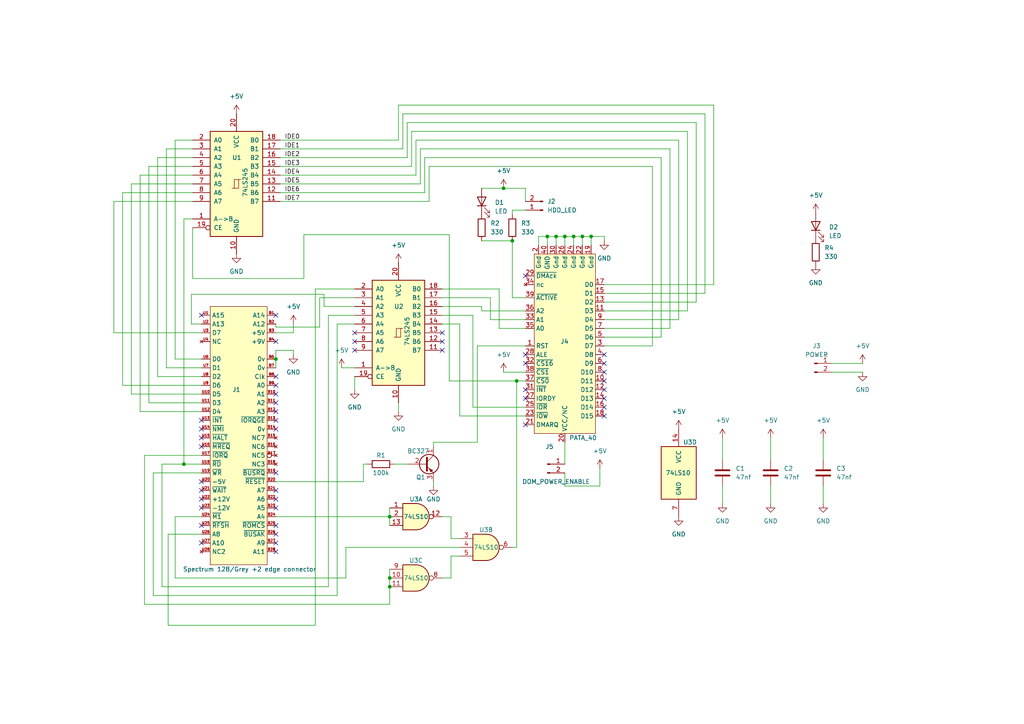
<source format=kicad_sch>
(kicad_sch (version 20211123) (generator eeschema)
  (paper "A4")
  (title_block (title "Simple 8 bit IDE interface with added Buffers") (date "1") (rev "1") (company "Graham Salkin") (comment 1 "Originally by Pera Putnik") (comment 2 "http://www.projectspeccy.com/8-Bit_IDE/Simple_8-bit_IDE_IF_for_Spectrum_+3_v1.0.pdf") (comment 3 "Based on "))
  (lib_symbols
    (symbol "74xx:74LS10" (pin_names (offset 1.016))
      (property "Reference" "U" (at 0 1.27 0))
      (property "Value" "74LS10" (at 0 -1.27 0))
      (symbol "74LS10_1_1"
        (arc (start 0 -3.81) (mid 3.81 0) (end 0 3.81) (stroke (width 0.254)) (fill (type background)))
        (polyline (pts (xy 0 3.81) (xy -3.81 3.81) (xy -3.81 -3.81) (xy 0 -3.81)) (stroke (width 0.254)) (fill (type background)))
        (pin input line (at -7.62 2.54 0) (length 3.81) (name "~") (number "1"))
        (pin output inverted (at 7.62 0 180) (length 3.81) (name "~") (number "12"))
        (pin input line (at -7.62 -2.54 0) (length 3.81) (name "~") (number "13"))
        (pin input line (at -7.62 0 0) (length 3.81) (name "~") (number "2"))
      )
      (symbol "74LS10_1_2"
        (arc (start -3.81 -3.81) (mid -2.589 0) (end -3.81 3.81) (stroke (width 0.254)))
        (arc (start -0.6096 -3.81) (mid 2.1855 -2.584) (end 3.81 0) (stroke (width 0.254)) (fill (type background)))
        (polyline (pts (xy -3.81 -3.81) (xy -0.635 -3.81)) (stroke (width 0.254)) (fill (type background)))
        (polyline (pts (xy -3.81 3.81) (xy -0.635 3.81)) (stroke (width 0.254)) (fill (type background)))
        (polyline (pts (xy -0.635 3.81) (xy -3.81 3.81) (xy -3.81 3.81) (xy -3.556 3.4036) (xy -3.0226 2.2606) (xy -2.6924 1.0414) (xy -2.6162 -0.254) (xy -2.7686 -1.4986) (xy -3.175 -2.7178) (xy -3.81 -3.81) (xy -3.81 -3.81) (xy -0.635 -3.81)) (stroke (width -25.4)) (fill (type background)))
        (arc (start 3.81 0) (mid 2.1928 2.5925) (end -0.6096 3.81) (stroke (width 0.254)) (fill (type background)))
        (pin input inverted (at -7.62 2.54 0) (length 4.318) (name "~") (number "1"))
        (pin output line (at 7.62 0 180) (length 3.81) (name "~") (number "12"))
        (pin input inverted (at -7.62 -2.54 0) (length 4.318) (name "~") (number "13"))
        (pin input inverted (at -7.62 0 0) (length 4.953) (name "~") (number "2"))
      )
      (symbol "74LS10_2_1"
        (arc (start 0 -3.81) (mid 3.81 0) (end 0 3.81) (stroke (width 0.254)) (fill (type background)))
        (polyline (pts (xy 0 3.81) (xy -3.81 3.81) (xy -3.81 -3.81) (xy 0 -3.81)) (stroke (width 0.254)) (fill (type background)))
        (pin input line (at -7.62 2.54 0) (length 3.81) (name "~") (number "3"))
        (pin input line (at -7.62 0 0) (length 3.81) (name "~") (number "4"))
        (pin input line (at -7.62 -2.54 0) (length 3.81) (name "~") (number "5"))
        (pin output inverted (at 7.62 0 180) (length 3.81) (name "~") (number "6"))
      )
      (symbol "74LS10_2_2"
        (arc (start -3.81 -3.81) (mid -2.589 0) (end -3.81 3.81) (stroke (width 0.254)))
        (arc (start -0.6096 -3.81) (mid 2.1855 -2.584) (end 3.81 0) (stroke (width 0.254)) (fill (type background)))
        (polyline (pts (xy -3.81 -3.81) (xy -0.635 -3.81)) (stroke (width 0.254)) (fill (type background)))
        (polyline (pts (xy -3.81 3.81) (xy -0.635 3.81)) (stroke (width 0.254)) (fill (type background)))
        (polyline (pts (xy -0.635 3.81) (xy -3.81 3.81) (xy -3.81 3.81) (xy -3.556 3.4036) (xy -3.0226 2.2606) (xy -2.6924 1.0414) (xy -2.6162 -0.254) (xy -2.7686 -1.4986) (xy -3.175 -2.7178) (xy -3.81 -3.81) (xy -3.81 -3.81) (xy -0.635 -3.81)) (stroke (width -25.4)) (fill (type background)))
        (arc (start 3.81 0) (mid 2.1928 2.5925) (end -0.6096 3.81) (stroke (width 0.254)) (fill (type background)))
        (pin input inverted (at -7.62 2.54 0) (length 4.318) (name "~") (number "3"))
        (pin input inverted (at -7.62 0 0) (length 4.953) (name "~") (number "4"))
        (pin input inverted (at -7.62 -2.54 0) (length 4.318) (name "~") (number "5"))
        (pin output line (at 7.62 0 180) (length 3.81) (name "~") (number "6"))
      )
      (symbol "74LS10_3_1"
        (arc (start 0 -3.81) (mid 3.81 0) (end 0 3.81) (stroke (width 0.254)) (fill (type background)))
        (polyline (pts (xy 0 3.81) (xy -3.81 3.81) (xy -3.81 -3.81) (xy 0 -3.81)) (stroke (width 0.254)) (fill (type background)))
        (pin input line (at -7.62 0 0) (length 3.81) (name "~") (number "10"))
        (pin input line (at -7.62 -2.54 0) (length 3.81) (name "~") (number "11"))
        (pin output inverted (at 7.62 0 180) (length 3.81) (name "~") (number "8"))
        (pin input line (at -7.62 2.54 0) (length 3.81) (name "~") (number "9"))
      )
      (symbol "74LS10_3_2"
        (arc (start -3.81 -3.81) (mid -2.589 0) (end -3.81 3.81) (stroke (width 0.254)))
        (arc (start -0.6096 -3.81) (mid 2.1855 -2.584) (end 3.81 0) (stroke (width 0.254)) (fill (type background)))
        (polyline (pts (xy -3.81 -3.81) (xy -0.635 -3.81)) (stroke (width 0.254)) (fill (type background)))
        (polyline (pts (xy -3.81 3.81) (xy -0.635 3.81)) (stroke (width 0.254)) (fill (type background)))
        (polyline (pts (xy -0.635 3.81) (xy -3.81 3.81) (xy -3.81 3.81) (xy -3.556 3.4036) (xy -3.0226 2.2606) (xy -2.6924 1.0414) (xy -2.6162 -0.254) (xy -2.7686 -1.4986) (xy -3.175 -2.7178) (xy -3.81 -3.81) (xy -3.81 -3.81) (xy -0.635 -3.81)) (stroke (width -25.4)) (fill (type background)))
        (arc (start 3.81 0) (mid 2.1928 2.5925) (end -0.6096 3.81) (stroke (width 0.254)) (fill (type background)))
        (pin input inverted (at -7.62 0 0) (length 4.953) (name "~") (number "10"))
        (pin input inverted (at -7.62 -2.54 0) (length 4.318) (name "~") (number "11"))
        (pin output line (at 7.62 0 180) (length 3.81) (name "~") (number "8"))
        (pin input inverted (at -7.62 2.54 0) (length 4.318) (name "~") (number "9"))
      )
      (symbol "74LS10_4_0"
        (pin power_in line (at 0 12.7 270) (length 5.08) (name "VCC") (number "14"))
        (pin power_in line (at 0 -12.7 90) (length 5.08) (name "GND") (number "7"))
      )
      (symbol "74LS10_4_1"
        (rectangle (start -5.08 7.62) (end 5.08 -7.62) (stroke (width 0.254)) (fill (type background)))
      )
    )
    (symbol "74xx:74LS245" (pin_names (offset 1.016))
      (property "Reference" "U" (at -7.62 16.51 0))
      (property "Value" "74LS245" (at -7.62 -16.51 0))
      (symbol "74LS245_1_0"
        (polyline (pts (xy -0.635 -1.27) (xy -0.635 1.27) (xy 0.635 1.27)))
        (polyline (pts (xy -1.27 -1.27) (xy 0.635 -1.27) (xy 0.635 1.27) (xy 1.27 1.27)))
        (pin input line (at -12.7 -10.16 0) (length 5.08) (name "A->B") (number "1"))
        (pin power_in line (at 0 -20.32 90) (length 5.08) (name "GND") (number "10"))
        (pin tri_state line (at 12.7 -5.08 180) (length 5.08) (name "B7") (number "11"))
        (pin tri_state line (at 12.7 -2.54 180) (length 5.08) (name "B6") (number "12"))
        (pin tri_state line (at 12.7 0 180) (length 5.08) (name "B5") (number "13"))
        (pin tri_state line (at 12.7 2.54 180) (length 5.08) (name "B4") (number "14"))
        (pin tri_state line (at 12.7 5.08 180) (length 5.08) (name "B3") (number "15"))
        (pin tri_state line (at 12.7 7.62 180) (length 5.08) (name "B2") (number "16"))
        (pin tri_state line (at 12.7 10.16 180) (length 5.08) (name "B1") (number "17"))
        (pin tri_state line (at 12.7 12.7 180) (length 5.08) (name "B0") (number "18"))
        (pin input inverted (at -12.7 -12.7 0) (length 5.08) (name "CE") (number "19"))
        (pin tri_state line (at -12.7 12.7 0) (length 5.08) (name "A0") (number "2"))
        (pin power_in line (at 0 20.32 270) (length 5.08) (name "VCC") (number "20"))
        (pin tri_state line (at -12.7 10.16 0) (length 5.08) (name "A1") (number "3"))
        (pin tri_state line (at -12.7 7.62 0) (length 5.08) (name "A2") (number "4"))
        (pin tri_state line (at -12.7 5.08 0) (length 5.08) (name "A3") (number "5"))
        (pin tri_state line (at -12.7 2.54 0) (length 5.08) (name "A4") (number "6"))
        (pin tri_state line (at -12.7 0 0) (length 5.08) (name "A5") (number "7"))
        (pin tri_state line (at -12.7 -2.54 0) (length 5.08) (name "A6") (number "8"))
        (pin tri_state line (at -12.7 -5.08 0) (length 5.08) (name "A7") (number "9"))
      )
      (symbol "74LS245_1_1"
        (rectangle (start -7.62 15.24) (end 7.62 -15.24) (stroke (width 0.254)) (fill (type background)))
      )
    )
    (symbol "Connector:Conn_01x02_Male" (pin_names (offset 1.016) hide)
      (property "Reference" "J" (at 0 2.54 0))
      (property "Value" "Conn_01x02_Male" (at 0 -5.08 0))
      (symbol "Conn_01x02_Male_1_1"
        (polyline (pts (xy 1.27 -2.54) (xy 0.8636 -2.54)) (stroke (width 0.1524)))
        (polyline (pts (xy 1.27 0) (xy 0.8636 0)) (stroke (width 0.1524)))
        (rectangle (start 0.8636 -2.413) (end 0 -2.667) (stroke (width 0.1524)) (fill (type outline)))
        (rectangle (start 0.8636 0.127) (end 0 -0.127) (stroke (width 0.1524)) (fill (type outline)))
        (pin passive line (at 5.08 0 180) (length 3.81) (name "Pin_1") (number "1"))
        (pin passive line (at 5.08 -2.54 180) (length 3.81) (name "Pin_2") (number "2"))
      )
    )
    (symbol "Device:C" (pin_numbers hide) (pin_names (offset 0.254))
      (property "Reference" "C" (at 0.635 2.54 0))
      (property "Value" "C" (at 0.635 -2.54 0))
      (symbol "C_0_1"
        (polyline (pts (xy -2.032 -0.762) (xy 2.032 -0.762)) (stroke (width 0.508)))
        (polyline (pts (xy -2.032 0.762) (xy 2.032 0.762)) (stroke (width 0.508)))
      )
      (symbol "C_1_1"
        (pin passive line (at 0 3.81 270) (length 2.794) (name "~") (number "1"))
        (pin passive line (at 0 -3.81 90) (length 2.794) (name "~") (number "2"))
      )
    )
    (symbol "Device:LED" (pin_numbers hide) (pin_names (offset 1.016) hide)
      (property "Reference" "D" (at 0 2.54 0))
      (property "Value" "LED" (at 0 -2.54 0))
      (symbol "LED_0_1"
        (polyline (pts (xy -1.27 -1.27) (xy -1.27 1.27)) (stroke (width 0.254)))
        (polyline (pts (xy -1.27 0) (xy 1.27 0)))
        (polyline (pts (xy 1.27 -1.27) (xy 1.27 1.27) (xy -1.27 0) (xy 1.27 -1.27)) (stroke (width 0.254)))
        (polyline (pts (xy -3.048 -0.762) (xy -4.572 -2.286) (xy -3.81 -2.286) (xy -4.572 -2.286) (xy -4.572 -1.524)))
        (polyline (pts (xy -1.778 -0.762) (xy -3.302 -2.286) (xy -2.54 -2.286) (xy -3.302 -2.286) (xy -3.302 -1.524)))
      )
      (symbol "LED_1_1"
        (pin passive line (at -3.81 0 0) (length 2.54) (name "K") (number "1"))
        (pin passive line (at 3.81 0 180) (length 2.54) (name "A") (number "2"))
      )
    )
    (symbol "Device:R" (pin_numbers hide) (pin_names (offset 0))
      (property "Reference" "R" (at 2.032 0 90))
      (property "Value" "R" (at 0 0 90))
      (symbol "R_0_1"
        (rectangle (start -1.016 -2.54) (end 1.016 2.54) (stroke (width 0.254)))
      )
      (symbol "R_1_1"
        (pin passive line (at 0 3.81 270) (length 1.27) (name "~") (number "1"))
        (pin passive line (at 0 -3.81 90) (length 1.27) (name "~") (number "2"))
      )
    )
    (symbol "Misc:PATA_40"
      (property "Reference" "J" (at 3.81 -2.54 90))
      (property "Value" "PATA_40" (at 3.81 -10.16 90))
      (symbol "PATA_40_0_1"
        (rectangle (start -5.08 20.32) (end 12.7 -31.75) (stroke (width 0.1524)) (fill (type background)))
      )
      (symbol "PATA_40_1_1"
        (pin input line (at 15.24 -5.08 180) (length 2.54) (name "RST") (number "1"))
        (pin bidirectional line (at -7.62 5.08 0) (length 2.54) (name "D11") (number "10"))
        (pin bidirectional line (at -7.62 -15.24 0) (length 2.54) (name "D3") (number "11"))
        (pin bidirectional line (at -7.62 7.62 0) (length 2.54) (name "D12") (number "12"))
        (pin bidirectional line (at -7.62 -17.78 0) (length 2.54) (name "D2") (number "13"))
        (pin bidirectional line (at -7.62 10.16 0) (length 2.54) (name "D13") (number "14"))
        (pin bidirectional line (at -7.62 -20.32 0) (length 2.54) (name "D1") (number "15"))
        (pin bidirectional line (at -7.62 12.7 0) (length 2.54) (name "D14") (number "16"))
        (pin bidirectional line (at -7.62 -22.86 0) (length 2.54) (name "D0") (number "17"))
        (pin output line (at -7.62 15.24 0) (length 2.54) (name "D15") (number "18"))
        (pin power_in line (at -3.81 -34.29 90) (length 2.54) (name "Gnd") (number "19"))
        (pin power_in line (at 11.43 -34.29 90) (length 2.54) (name "Gnd") (number "2"))
        (pin power_in line (at 3.81 22.86 270) (length 2.54) (name "VCC/NC") (number "20"))
        (pin output line (at 15.24 17.78 180) (length 2.54) (name "DMARQ") (number "21"))
        (pin power_in line (at -1.27 -34.29 90) (length 2.54) (name "Gnd") (number "22"))
        (pin input line (at 15.24 15.24 180) (length 2.54) (name "~{IOW}") (number "23"))
        (pin power_in line (at 1.27 -34.29 90) (length 2.54) (name "Gnd") (number "24"))
        (pin input line (at 15.24 12.7 180) (length 2.54) (name "~{IOR}") (number "25"))
        (pin power_in line (at 3.81 -34.29 90) (length 2.54) (name "Gnd") (number "26"))
        (pin output line (at 15.24 10.16 180) (length 2.54) (name "IORDY") (number "27"))
        (pin input line (at 15.24 -2.54 180) (length 2.54) (name "ALE") (number "28"))
        (pin output line (at 15.24 -25.4 180) (length 2.54) (name "~{DMAck}") (number "29"))
        (pin bidirectional line (at -7.62 -5.08 0) (length 2.54) (name "D7") (number "3"))
        (pin power_in line (at 6.35 -34.29 90) (length 2.54) (name "Gnd") (number "30"))
        (pin output line (at 15.24 7.62 180) (length 2.54) (name "~{INT}") (number "31"))
        (pin input line (at 15.24 0 180) (length 2.54) (name "~{CS16}") (number "32"))
        (pin input line (at 15.24 -12.7 180) (length 2.54) (name "A1") (number "33"))
        (pin no_connect line (at 15.24 -22.86 180) (length 2.54) (name "nc") (number "34"))
        (pin input line (at 15.24 -10.16 180) (length 2.54) (name "A0") (number "35"))
        (pin input line (at 15.24 -15.24 180) (length 2.54) (name "A2") (number "36"))
        (pin input line (at 15.24 5.08 180) (length 2.54) (name "~{CS0}") (number "37"))
        (pin input line (at 15.24 2.54 180) (length 2.54) (name "~{CS1}") (number "38"))
        (pin input line (at 15.24 -19.05 180) (length 2.54) (name "~{ACTIVE}") (number "39"))
        (pin bidirectional line (at -7.62 -2.54 0) (length 2.54) (name "D8") (number "4"))
        (pin power_in line (at 8.89 -34.29 90) (length 2.54) (name "GND") (number "40"))
        (pin bidirectional line (at -7.62 -7.62 0) (length 2.54) (name "D6") (number "5"))
        (pin bidirectional line (at -7.62 0 0) (length 2.54) (name "D9") (number "6"))
        (pin bidirectional line (at -7.62 -10.16 0) (length 2.54) (name "D5") (number "7"))
        (pin bidirectional line (at -7.62 2.54 0) (length 2.54) (name "D10") (number "8"))
        (pin bidirectional line (at -7.62 -12.7 0) (length 2.54) (name "D4") (number "9"))
      )
    )
    (symbol "Spectrum:Spectrum 128{slash}Grey +2 edge connector"
      (property "Reference" "J" (at -5.08 25.4 0))
      (property "Value" "Spectrum 128{slash}Grey +2 edge connector" (at -2.54 -38.1 0))
      (symbol "Spectrum 128{slash}Grey +2 edge connector_0_1"
        (rectangle (start -10.16 38.1) (end 6.35 -36.83) (stroke (width 0.1524)) (fill (type background)))
      )
      (symbol "Spectrum 128{slash}Grey +2 edge connector_1_1"
        (pin bidirectional line (at 8.89 35.56 180) (length 2.54) (name "A14") (number "B1"))
        (pin bidirectional line (at 8.89 12.7 180) (length 2.54) (name "A1") (number "B10"))
        (pin bidirectional line (at 8.89 10.16 180) (length 2.54) (name "A2") (number "B11"))
        (pin bidirectional line (at 8.89 7.62 180) (length 2.54) (name "A3") (number "B12"))
        (pin bidirectional line (at 8.89 5.08 180) (length 2.54) (name "~{IORQGE}") (number "B13"))
        (pin bidirectional line (at 8.89 2.54 180) (length 2.54) (name "0v") (number "B14"))
        (pin no_connect line (at 8.89 0 180) (length 2.54) (name "NC7") (number "B15"))
        (pin no_connect line (at 8.89 -2.54 180) (length 2.54) (name "NC6") (number "B16"))
        (pin no_connect inverted (at 8.89 -5.08 180) (length 2.54) (name "NC5") (number "B17"))
        (pin no_connect line (at 8.89 -7.62 180) (length 2.54) (name "NC3") (number "B18"))
        (pin bidirectional line (at 8.89 -10.16 180) (length 2.54) (name "~{BUSRQ}") (number "B19"))
        (pin bidirectional line (at 8.89 33.02 180) (length 2.54) (name "A12") (number "B2"))
        (pin bidirectional line (at 8.89 -12.7 180) (length 2.54) (name "~{RESET}") (number "B20"))
        (pin bidirectional line (at 8.89 -15.24 180) (length 2.54) (name "A7") (number "B21"))
        (pin tri_state line (at 8.89 -17.78 180) (length 2.54) (name "A6") (number "B22"))
        (pin bidirectional line (at 8.89 -20.32 180) (length 2.54) (name "A5") (number "B23"))
        (pin bidirectional line (at 8.89 -22.86 180) (length 2.54) (name "A4") (number "B24"))
        (pin bidirectional line (at 8.89 -25.4 180) (length 2.54) (name "~{ROMCS}") (number "B25"))
        (pin bidirectional line (at 8.89 -27.94 180) (length 2.54) (name "~{BUSAK}") (number "B26"))
        (pin bidirectional line (at 8.89 -30.48 180) (length 2.54) (name "A9") (number "B27"))
        (pin bidirectional line (at 8.89 -33.02 180) (length 2.54) (name "A11") (number "B28"))
        (pin bidirectional line (at 8.89 30.48 180) (length 2.54) (name "+5V") (number "B3"))
        (pin bidirectional line (at 8.89 27.94 180) (length 2.54) (name "+9V") (number "B4"))
        (pin bidirectional line (at 8.89 22.86 180) (length 2.54) (name "0v") (number "B6"))
        (pin bidirectional line (at 8.89 20.32 180) (length 2.54) (name "0v") (number "B7"))
        (pin bidirectional line (at 8.89 17.78 180) (length 2.54) (name "Clk") (number "B8"))
        (pin bidirectional line (at 8.89 15.24 180) (length 2.54) (name "A0") (number "B9"))
        (pin bidirectional line (at -12.7 35.56 0) (length 2.54) (name "A15") (number "U1"))
        (pin bidirectional line (at -12.7 12.7 0) (length 2.54) (name "D5") (number "U10"))
        (pin bidirectional line (at -12.7 10.16 0) (length 2.54) (name "D3") (number "U11"))
        (pin bidirectional line (at -12.7 7.62 0) (length 2.54) (name "D4") (number "U12"))
        (pin bidirectional line (at -12.7 5.08 0) (length 2.54) (name "~{INT}") (number "U13"))
        (pin bidirectional line (at -12.7 2.54 0) (length 2.54) (name "~{NMI}") (number "U14"))
        (pin bidirectional line (at -12.7 0 0) (length 2.54) (name "~{HALT}") (number "U15"))
        (pin bidirectional line (at -12.7 -2.54 0) (length 2.54) (name "~{MREQ}") (number "U16"))
        (pin bidirectional line (at -12.7 -5.08 0) (length 2.54) (name "~{IORQ}") (number "U17"))
        (pin tri_state line (at -12.7 -7.62 0) (length 2.54) (name "~{RD}") (number "U18"))
        (pin bidirectional line (at -12.7 -10.16 0) (length 2.54) (name "~{WR}") (number "U19"))
        (pin bidirectional line (at -12.7 33.02 0) (length 2.54) (name "A13") (number "U2"))
        (pin power_out line (at -12.7 -12.7 0) (length 2.54) (name "-5V") (number "U20"))
        (pin bidirectional line (at -12.7 -15.24 0) (length 2.54) (name "~{WAIT}") (number "U21"))
        (pin power_out line (at -12.7 -17.78 0) (length 2.54) (name "+12V") (number "U22"))
        (pin power_out line (at -12.7 -20.32 0) (length 2.54) (name "-12V") (number "U23"))
        (pin bidirectional line (at -12.7 -22.86 0) (length 2.54) (name "~{M1}") (number "U24"))
        (pin bidirectional line (at -12.7 -25.4 0) (length 2.54) (name "~{RFSH}") (number "U25"))
        (pin bidirectional line (at -12.7 -27.94 0) (length 2.54) (name "A8") (number "U26"))
        (pin bidirectional line (at -12.7 -30.48 0) (length 2.54) (name "A10") (number "U27"))
        (pin no_connect line (at -12.7 -33.02 0) (length 2.54) (name "NC2") (number "U28"))
        (pin bidirectional line (at -12.7 30.48 0) (length 2.54) (name "D7") (number "U3"))
        (pin no_connect line (at -12.7 27.94 0) (length 2.54) (name "NC") (number "U4"))
        (pin bidirectional line (at -12.7 22.86 0) (length 2.54) (name "D0") (number "U6"))
        (pin bidirectional line (at -12.7 20.32 0) (length 2.54) (name "D1") (number "U7"))
        (pin bidirectional line (at -12.7 17.78 0) (length 2.54) (name "D2") (number "U8"))
        (pin bidirectional line (at -12.7 15.24 0) (length 2.54) (name "D6") (number "U9"))
      )
    )
    (symbol "Transistor_BJT:BC327" (pin_names (offset 0) hide)
      (property "Reference" "Q" (at 5.08 1.905 0))
      (property "Value" "BC327" (at 5.08 0 0))
      (symbol "BC327_0_1"
        (polyline (pts (xy 0.635 0.635) (xy 2.54 2.54)))
        (polyline (pts (xy 0.635 -0.635) (xy 2.54 -2.54) (xy 2.54 -2.54)))
        (polyline (pts (xy 0.635 1.905) (xy 0.635 -1.905) (xy 0.635 -1.905)) (stroke (width 0.508)))
        (polyline (pts (xy 2.286 -1.778) (xy 1.778 -2.286) (xy 1.27 -1.27) (xy 2.286 -1.778) (xy 2.286 -1.778)) (fill (type outline)))
        (circle (center 1.27 0) (radius 2.8194) (stroke (width 0.254)))
      )
      (symbol "BC327_1_1"
        (pin passive line (at 2.54 5.08 270) (length 2.54) (name "C") (number "1"))
        (pin input line (at -5.08 0 0) (length 5.715) (name "B") (number "2"))
        (pin passive line (at 2.54 -5.08 90) (length 2.54) (name "E") (number "3"))
      )
    )
    (symbol "power:+5V" (power) (pin_names (offset 0))
      (property "Value" "+5V" (at 0 3.556 0))
      (symbol "+5V_0_1"
        (polyline (pts (xy -0.762 1.27) (xy 0 2.54)))
        (polyline (pts (xy 0 0) (xy 0 2.54)))
        (polyline (pts (xy 0 2.54) (xy 0.762 1.27)))
      )
      (symbol "+5V_1_1"
        (pin power_in line (at 0 0 90) (length 0) hide (name "+5V") (number "1"))
      )
    )
    (symbol "power:GND" (power) (pin_names (offset 0))
      (property "Value" "GND" (at 0 -3.81 0))
      (symbol "GND_0_1"
        (polyline (pts (xy 0 0) (xy 0 -1.27) (xy 1.27 -1.27) (xy 0 -2.54) (xy -1.27 -1.27) (xy 0 -1.27)))
      )
      (symbol "GND_1_1"
        (pin power_in line (at 0 0 270) (length 0) hide (name "GND") (number "1"))
      )
    )
  )
  (junction (at 158.75 68.58))
  (junction (at 171.45 68.58))
  (junction (at 113.03 167.64))
  (junction (at 166.37 68.58))
  (junction (at 149.86 110.49))
  (junction (at 168.91 68.58))
  (junction (at 113.03 170.18))
  (junction (at 161.29 68.58))
  (junction (at 80.01 104.14))
  (junction (at 148.59 69.85))
  (junction (at 146.05 54.61))
  (junction (at 163.83 68.58))
  (junction (at 53.34 134.62))
  (junction (at 113.03 149.86))
  (no_connect (at 152.4 102.87))
  (no_connect (at 152.4 105.41))
  (no_connect (at 152.4 113.03))
  (no_connect (at 152.4 115.57))
  (no_connect (at 152.4 123.19))
  (no_connect (at 80.01 147.32))
  (no_connect (at 80.01 144.78))
  (no_connect (at 80.01 142.24))
  (no_connect (at 80.01 160.02))
  (no_connect (at 80.01 157.48))
  (no_connect (at 80.01 154.94))
  (no_connect (at 80.01 152.4))
  (no_connect (at 175.26 115.57))
  (no_connect (at 175.26 113.03))
  (no_connect (at 175.26 110.49))
  (no_connect (at 175.26 107.95))
  (no_connect (at 175.26 105.41))
  (no_connect (at 175.26 120.65))
  (no_connect (at 175.26 118.11))
  (no_connect (at 175.26 102.87))
  (no_connect (at 80.01 109.22))
  (no_connect (at 80.01 111.76))
  (no_connect (at 102.87 96.52))
  (no_connect (at 102.87 101.6))
  (no_connect (at 102.87 99.06))
  (no_connect (at 128.27 101.6))
  (no_connect (at 128.27 96.52))
  (no_connect (at 128.27 99.06))
  (no_connect (at 80.01 91.44))
  (no_connect (at 80.01 99.06))
  (no_connect (at 58.42 121.92))
  (no_connect (at 58.42 124.46))
  (no_connect (at 58.42 91.44))
  (no_connect (at 80.01 137.16))
  (no_connect (at 80.01 124.46))
  (no_connect (at 80.01 121.92))
  (no_connect (at 80.01 119.38))
  (no_connect (at 58.42 152.4))
  (no_connect (at 58.42 157.48))
  (no_connect (at 58.42 139.7))
  (no_connect (at 58.42 142.24))
  (no_connect (at 58.42 144.78))
  (no_connect (at 58.42 147.32))
  (no_connect (at 58.42 127))
  (no_connect (at 58.42 129.54))
  (no_connect (at 152.4 80.01))
  (no_connect (at 80.01 116.84))
  (no_connect (at 80.01 114.3))
  (wire (pts (xy 105.41 139.7) (xy 105.41 134.62)))
  (wire (pts (xy 189.23 100.33) (xy 189.23 48.26)))
  (wire (pts (xy 123.19 45.72) (xy 191.77 45.72)))
  (wire (pts (xy 45.72 109.22) (xy 45.72 45.72)))
  (wire (pts (xy 152.4 118.11) (xy 137.16 118.11)))
  (wire (pts (xy 204.47 33.02) (xy 116.84 33.02)))
  (wire (pts (xy 113.03 165.1) (xy 113.03 167.64)))
  (wire (pts (xy 113.03 170.18) (xy 113.03 175.26)))
  (wire (pts (xy 33.02 96.52) (xy 58.42 96.52)))
  (wire (pts (xy 43.18 48.26) (xy 43.18 116.84)))
  (wire (pts (xy 125.73 140.97) (xy 125.73 139.7)))
  (wire (pts (xy 142.24 92.71) (xy 142.24 86.36)))
  (wire (pts (xy 102.87 91.44) (xy 95.25 91.44)))
  (wire (pts (xy 80.01 101.6) (xy 85.09 101.6)))
  (wire (pts (xy 50.8 149.86) (xy 58.42 149.86)))
  (wire (pts (xy 80.01 93.98) (xy 80.01 94.869)))
  (wire (pts (xy 123.19 55.88) (xy 123.19 45.72)))
  (wire (pts (xy 58.42 109.22) (xy 45.72 109.22)))
  (wire (pts (xy 199.39 38.1) (xy 119.38 38.1)))
  (wire (pts (xy 189.23 48.26) (xy 124.46 48.26)))
  (wire (pts (xy 41.91 132.08) (xy 41.91 175.26)))
  (wire (pts (xy 38.1 114.3) (xy 58.42 114.3)))
  (wire (pts (xy 194.31 43.18) (xy 121.92 43.18)))
  (wire (pts (xy 163.83 68.58) (xy 163.83 71.12)))
  (wire (pts (xy 204.47 85.09) (xy 204.47 33.02)))
  (wire (pts (xy 137.16 91.44) (xy 128.27 91.44)))
  (wire (pts (xy 53.34 63.5) (xy 53.34 134.62)))
  (wire (pts (xy 81.28 55.88) (xy 123.19 55.88)))
  (wire (pts (xy 138.43 100.33) (xy 152.4 100.33)))
  (wire (pts (xy 149.86 110.49) (xy 130.302 110.49)))
  (wire (pts (xy 238.76 127) (xy 238.76 133.35)))
  (wire (pts (xy 48.768 154.94) (xy 58.42 154.94)))
  (wire (pts (xy 55.499 85.344) (xy 93.98 85.344)))
  (wire (pts (xy 161.29 68.58) (xy 163.83 68.58)))
  (wire (pts (xy 128.27 167.64) (xy 130.81 167.64)))
  (wire (pts (xy 58.42 132.08) (xy 41.91 132.08)))
  (wire (pts (xy 58.42 104.14) (xy 50.8 104.14)))
  (wire (pts (xy 166.37 68.58) (xy 166.37 71.12)))
  (wire (pts (xy 149.86 110.49) (xy 149.86 158.75)))
  (wire (pts (xy 146.05 107.95) (xy 152.4 107.95)))
  (wire (pts (xy 44.45 172.72) (xy 97.79 172.72)))
  (wire (pts (xy 133.35 93.98) (xy 133.35 120.65)))
  (wire (pts (xy 139.7 88.9) (xy 139.7 90.17)))
  (wire (pts (xy 81.28 58.42) (xy 124.46 58.42)))
  (wire (pts (xy 241.3 107.95) (xy 250.19 107.95)))
  (wire (pts (xy 166.37 68.58) (xy 168.91 68.58)))
  (wire (pts (xy 81.28 50.8) (xy 120.65 50.8)))
  (wire (pts (xy 81.28 45.72) (xy 118.11 45.72)))
  (wire (pts (xy 33.02 58.42) (xy 33.02 96.52)))
  (wire (pts (xy 115.57 30.48) (xy 207.01 30.48)))
  (wire (pts (xy 223.52 140.97) (xy 223.52 146.05)))
  (wire (pts (xy 81.28 43.18) (xy 116.84 43.18)))
  (wire (pts (xy 113.03 149.86) (xy 113.03 152.4)))
  (wire (pts (xy 55.88 53.34) (xy 38.1 53.34)))
  (wire (pts (xy 199.39 90.17) (xy 199.39 38.1)))
  (wire (pts (xy 55.88 43.18) (xy 48.26 43.18)))
  (wire (pts (xy 100.33 167.64) (xy 100.33 158.75)))
  (wire (pts (xy 46.99 134.62) (xy 53.34 134.62)))
  (wire (pts (xy 173.99 140.97) (xy 173.99 135.89)))
  (wire (pts (xy 163.83 137.16) (xy 163.83 140.97)))
  (wire (pts (xy 92.71 86.36) (xy 102.87 86.36)))
  (wire (pts (xy 158.75 68.58) (xy 158.75 71.12)))
  (wire (pts (xy 130.302 68.072) (xy 88.138 68.072)))
  (wire (pts (xy 156.21 68.58) (xy 156.21 71.12)))
  (wire (pts (xy 209.55 140.97) (xy 209.55 146.05)))
  (wire (pts (xy 138.43 100.33) (xy 138.43 128.27)))
  (wire (pts (xy 91.44 181.356) (xy 48.768 181.356)))
  (wire (pts (xy 115.57 40.64) (xy 115.57 30.48)))
  (wire (pts (xy 139.7 69.85) (xy 148.59 69.85)))
  (wire (pts (xy 48.26 106.68) (xy 58.42 106.68)))
  (wire (pts (xy 116.84 33.02) (xy 116.84 43.18)))
  (wire (pts (xy 35.56 111.76) (xy 35.56 55.88)))
  (wire (pts (xy 171.45 68.58) (xy 171.45 71.12)))
  (wire (pts (xy 152.4 86.36) (xy 148.59 86.36)))
  (wire (pts (xy 209.55 127) (xy 209.55 133.35)))
  (wire (pts (xy 161.29 68.58) (xy 161.29 71.12)))
  (wire (pts (xy 152.4 58.42) (xy 152.4 54.61)))
  (wire (pts (xy 80.01 104.14) (xy 80.01 101.6)))
  (wire (pts (xy 81.28 53.34) (xy 121.92 53.34)))
  (wire (pts (xy 97.79 172.72) (xy 97.79 93.98)))
  (wire (pts (xy 55.499 93.98) (xy 55.499 85.344)))
  (wire (pts (xy 105.41 134.62) (xy 106.68 134.62)))
  (wire (pts (xy 144.78 95.25) (xy 152.4 95.25)))
  (wire (pts (xy 58.42 93.98) (xy 55.499 93.98)))
  (wire (pts (xy 85.09 93.98) (xy 85.09 96.52)))
  (wire (pts (xy 148.59 62.23) (xy 148.59 60.96)))
  (wire (pts (xy 175.26 90.17) (xy 199.39 90.17)))
  (wire (pts (xy 175.26 85.09) (xy 204.47 85.09)))
  (wire (pts (xy 152.4 92.71) (xy 142.24 92.71)))
  (wire (pts (xy 113.03 167.64) (xy 113.03 170.18)))
  (wire (pts (xy 175.26 97.79) (xy 191.77 97.79)))
  (wire (pts (xy 175.26 95.25) (xy 194.31 95.25)))
  (wire (pts (xy 35.56 55.88) (xy 55.88 55.88)))
  (wire (pts (xy 241.3 105.41) (xy 250.19 105.41)))
  (wire (pts (xy 148.59 158.75) (xy 149.86 158.75)))
  (wire (pts (xy 58.42 119.38) (xy 40.64 119.38)))
  (wire (pts (xy 146.05 54.61) (xy 152.4 54.61)))
  (wire (pts (xy 102.87 109.22) (xy 102.87 113.03)))
  (wire (pts (xy 149.86 110.49) (xy 152.4 110.49)))
  (wire (pts (xy 48.768 181.356) (xy 48.768 154.94)))
  (wire (pts (xy 128.27 88.9) (xy 139.7 88.9)))
  (wire (pts (xy 88.138 68.072) (xy 88.138 80.772)))
  (wire (pts (xy 48.26 43.18) (xy 48.26 106.68)))
  (wire (pts (xy 44.45 137.16) (xy 44.45 172.72)))
  (wire (pts (xy 139.7 90.17) (xy 152.4 90.17)))
  (wire (pts (xy 201.93 35.56) (xy 201.93 87.63)))
  (wire (pts (xy 128.27 93.98) (xy 133.35 93.98)))
  (wire (pts (xy 100.33 158.75) (xy 133.35 158.75)))
  (wire (pts (xy 175.26 68.58) (xy 175.26 69.85)))
  (wire (pts (xy 128.27 83.82) (xy 144.78 83.82)))
  (wire (pts (xy 191.77 45.72) (xy 191.77 97.79)))
  (wire (pts (xy 80.01 106.68) (xy 80.01 104.14)))
  (wire (pts (xy 158.75 68.58) (xy 161.29 68.58)))
  (wire (pts (xy 115.57 116.84) (xy 115.57 119.38)))
  (wire (pts (xy 125.73 128.27) (xy 138.43 128.27)))
  (wire (pts (xy 130.81 156.21) (xy 130.81 149.86)))
  (wire (pts (xy 133.35 120.65) (xy 152.4 120.65)))
  (wire (pts (xy 168.91 68.58) (xy 171.45 68.58)))
  (wire (pts (xy 207.01 30.48) (xy 207.01 82.55)))
  (wire (pts (xy 119.38 38.1) (xy 119.38 48.26)))
  (wire (pts (xy 163.83 68.58) (xy 166.37 68.58)))
  (wire (pts (xy 148.59 86.36) (xy 148.59 69.85)))
  (wire (pts (xy 113.03 147.32) (xy 113.03 149.86)))
  (wire (pts (xy 81.28 48.26) (xy 119.38 48.26)))
  (wire (pts (xy 88.138 80.772) (xy 55.88 80.772)))
  (wire (pts (xy 43.18 116.84) (xy 58.42 116.84)))
  (wire (pts (xy 120.65 40.64) (xy 196.85 40.64)))
  (wire (pts (xy 55.88 58.42) (xy 33.02 58.42)))
  (wire (pts (xy 91.44 83.82) (xy 91.44 181.356)))
  (wire (pts (xy 53.34 63.5) (xy 55.88 63.5)))
  (wire (pts (xy 80.01 96.52) (xy 85.09 96.52)))
  (wire (pts (xy 175.26 82.55) (xy 207.01 82.55)))
  (wire (pts (xy 175.26 87.63) (xy 201.93 87.63)))
  (wire (pts (xy 50.8 167.64) (xy 100.33 167.64)))
  (wire (pts (xy 175.26 92.71) (xy 196.85 92.71)))
  (wire (pts (xy 80.01 94.869) (xy 92.71 94.869)))
  (wire (pts (xy 130.81 149.86) (xy 128.27 149.86)))
  (wire (pts (xy 55.88 48.26) (xy 43.18 48.26)))
  (wire (pts (xy 45.72 45.72) (xy 55.88 45.72)))
  (wire (pts (xy 92.71 94.869) (xy 92.71 86.36)))
  (wire (pts (xy 93.98 88.9) (xy 102.87 88.9)))
  (wire (pts (xy 148.59 60.96) (xy 152.4 60.96)))
  (wire (pts (xy 38.1 53.34) (xy 38.1 114.3)))
  (wire (pts (xy 137.16 118.11) (xy 137.16 91.44)))
  (wire (pts (xy 118.11 45.72) (xy 118.11 35.56)))
  (wire (pts (xy 91.44 83.82) (xy 102.87 83.82)))
  (wire (pts (xy 85.09 101.6) (xy 85.09 102.87)))
  (wire (pts (xy 194.31 95.25) (xy 194.31 43.18)))
  (wire (pts (xy 95.25 170.18) (xy 46.99 170.18)))
  (wire (pts (xy 50.8 40.64) (xy 55.88 40.64)))
  (wire (pts (xy 99.06 106.68) (xy 102.87 106.68)))
  (wire (pts (xy 50.8 104.14) (xy 50.8 40.64)))
  (wire (pts (xy 53.34 134.62) (xy 58.42 134.62)))
  (wire (pts (xy 80.01 139.7) (xy 105.41 139.7)))
  (wire (pts (xy 41.91 175.26) (xy 113.03 175.26)))
  (wire (pts (xy 130.81 161.29) (xy 133.35 161.29)))
  (wire (pts (xy 196.85 40.64) (xy 196.85 92.71)))
  (wire (pts (xy 97.79 93.98) (xy 102.87 93.98)))
  (wire (pts (xy 81.28 40.64) (xy 115.57 40.64)))
  (wire (pts (xy 46.99 134.62) (xy 46.99 170.18)))
  (wire (pts (xy 55.88 66.04) (xy 55.88 80.772)))
  (wire (pts (xy 223.52 127) (xy 223.52 133.35)))
  (wire (pts (xy 44.45 137.16) (xy 58.42 137.16)))
  (wire (pts (xy 130.302 110.49) (xy 130.302 68.072)))
  (wire (pts (xy 171.45 68.58) (xy 175.26 68.58)))
  (wire (pts (xy 80.01 149.86) (xy 113.03 149.86)))
  (wire (pts (xy 144.78 83.82) (xy 144.78 95.25)))
  (wire (pts (xy 40.64 50.8) (xy 55.88 50.8)))
  (wire (pts (xy 163.83 140.97) (xy 173.99 140.97)))
  (wire (pts (xy 130.81 167.64) (xy 130.81 161.29)))
  (wire (pts (xy 93.98 85.344) (xy 93.98 88.9)))
  (wire (pts (xy 168.91 68.58) (xy 168.91 71.12)))
  (wire (pts (xy 163.83 128.27) (xy 163.83 134.62)))
  (wire (pts (xy 58.42 111.76) (xy 35.56 111.76)))
  (wire (pts (xy 156.21 68.58) (xy 158.75 68.58)))
  (wire (pts (xy 142.24 86.36) (xy 128.27 86.36)))
  (wire (pts (xy 139.7 54.61) (xy 146.05 54.61)))
  (wire (pts (xy 175.26 100.33) (xy 189.23 100.33)))
  (wire (pts (xy 50.8 149.86) (xy 50.8 167.64)))
  (wire (pts (xy 114.3 134.62) (xy 118.11 134.62)))
  (wire (pts (xy 133.35 156.21) (xy 130.81 156.21)))
  (wire (pts (xy 95.25 91.44) (xy 95.25 170.18)))
  (wire (pts (xy 121.92 43.18) (xy 121.92 53.34)))
  (wire (pts (xy 40.64 119.38) (xy 40.64 50.8)))
  (wire (pts (xy 124.46 48.26) (xy 124.46 58.42)))
  (wire (pts (xy 118.11 35.56) (xy 201.93 35.56)))
  (wire (pts (xy 120.65 50.8) (xy 120.65 40.64)))
  (wire (pts (xy 125.73 128.27) (xy 125.73 129.54)))
  (wire (pts (xy 238.76 140.97) (xy 238.76 146.05)))
  (label "IDE1" (at 82.55 43.18 0))
  (label "IDE0" (at 82.55 40.64 0))
  (label "IDE7" (at 82.55 58.42 0))
  (label "IDE4" (at 82.55 50.8 0))
  (label "IDE5" (at 82.55 53.34 0))
  (label "IDE2" (at 82.55 45.72 0))
  (label "IDE6" (at 82.55 55.88 0))
  (label "IDE3" (at 82.55 48.26 0))
  (symbol (lib_id "power:+5V") (at 196.85 124.46 0) (unit 1)
    (property "Reference" "#PWR0102" (effects hide))
    (property "Value" "+5V" (at 196.85 119.38 0))
  )
  (symbol (lib_id "power:+5V") (at 223.52 127 0) (unit 1)
    (property "Reference" "#PWR02" (effects hide))
    (property "Value" "+5V" (at 223.52 121.92 0))
  )
  (symbol (lib_id "74xx:74LS10") (at 140.97 158.75 0) (unit 2)
    (property "Reference" "U3" (at 140.97 153.67 0))
    (property "Value" "74LS10" (at 140.97 158.75 0))
    (property "Footprint" "Package_DIP:DIP-14_W7.62mm_LongPads" (effects hide))
    (property "Datasheet" "http://www.ti.com/lit/gpn/sn74LS10" (effects hide))
  )
  (symbol (lib_id "power:GND") (at 209.55 146.05 0) (unit 1)
    (property "Reference" "#PWR019" (effects hide))
    (property "Value" "GND" (at 209.55 151.13 0))
  )
  (symbol (lib_id "Device:R") (at 236.601 73.152 0) (unit 1)
    (property "Reference" "R4" (at 239.141 71.8819 0) (effects (justify left)))
    (property "Value" "330" (at 239.141 74.4219 0) (effects (justify left)))
    (property "Footprint" "Resistor_THT:R_Axial_DIN0207_L6.3mm_D2.5mm_P7.62mm_Horizontal" (effects hide))
  )
  (symbol (lib_id "Connector:Conn_01x02_Male") (at 158.75 134.62 0) (unit 1)
    (property "Reference" "J5" (at 159.385 129.54 0))
    (property "Value" "DOM_POWER_ENABLE" (at 161.29 139.7 0))
    (property "Footprint" "Connector_PinHeader_2.54mm:PinHeader_1x02_P2.54mm_Horizontal" (effects hide))
  )
  (symbol (lib_id "Spectrum:Spectrum 128{slash}Grey +2 edge connector") (at 71.12 127 0) (unit 1)
    (property "Reference" "J1" (at 68.58 113.03 0))
    (property "Value" "Spectrum 128/Grey +2 edge connector" (at 72.39 165.1 0))
    (property "Footprint" "Spectrum:Speccy_edge_External" (effects hide))
  )
  (symbol (lib_id "power:+5V") (at 236.601 61.722 0) (unit 1)
    (property "Reference" "#PWR0112" (effects hide))
    (property "Value" "+5V" (at 236.601 56.642 0))
  )
  (symbol (lib_id "power:GND") (at 196.85 149.86 0) (unit 1)
    (property "Reference" "#PWR017" (effects hide))
    (property "Value" "GND" (at 196.85 154.94 0))
  )
  (symbol (lib_id "power:GND") (at 236.601 76.962 0) (unit 1)
    (property "Reference" "#PWR0111" (effects hide))
    (property "Value" "GND" (at 236.601 82.042 0))
  )
  (symbol (lib_id "power:GND") (at 68.58 73.66 0) (unit 1)
    (property "Reference" "#PWR03" (effects hide))
    (property "Value" "GND" (at 68.58 78.74 0))
  )
  (symbol (lib_id "74xx:74LS10") (at 120.65 149.86 0) (unit 1)
    (property "Reference" "U3" (at 120.65 144.78 0))
    (property "Value" "74LS10" (at 120.65 149.86 0))
    (property "Footprint" "Package_DIP:DIP-14_W7.62mm_LongPads" (effects hide))
    (property "Datasheet" "http://www.ti.com/lit/gpn/sn74LS10" (effects hide))
  )
  (symbol (lib_id "power:GND") (at 238.76 146.05 0) (unit 1)
    (property "Reference" "#PWR07" (effects hide))
    (property "Value" "GND" (at 238.76 151.13 0))
  )
  (symbol (lib_id "power:+5V") (at 238.76 127 0) (unit 1)
    (property "Reference" "#PWR06" (effects hide))
    (property "Value" "+5V" (at 238.76 121.92 0))
  )
  (symbol (lib_id "Misc:PATA_40") (at 167.64 105.41 180) (unit 1)
    (property "Reference" "J4" (at 162.56 99.06 0) (effects (justify right)))
    (property "Value" "PATA_40" (at 165.1 127 0) (effects (justify right)))
    (property "Footprint" "Connector_PinHeader_2.54mm:PinHeader_2x20_P2.54mm_Vertical" (effects hide))
    (property "Datasheet" "https://old.pinouts.ru/HD/Ata44Internal_pinout.shtml" (effects hide))
  )
  (symbol (lib_id "power:+5V") (at 146.05 54.61 0) (unit 1)
    (property "Reference" "#PWR0106" (effects hide))
    (property "Value" "+5V" (at 146.05 49.53 0))
  )
  (symbol (lib_id "power:GND") (at 85.09 102.87 0) (unit 1)
    (property "Reference" "#PWR05" (effects hide))
    (property "Value" "GND" (at 85.09 107.95 0))
  )
  (symbol (lib_id "Device:C") (at 223.52 137.16 0) (unit 1)
    (property "Reference" "C2" (at 227.33 135.8899 0) (effects (justify left)))
    (property "Value" "47nf" (at 227.33 138.4299 0) (effects (justify left)))
    (property "Footprint" "Capacitor_THT:C_Disc_D3.0mm_W1.6mm_P2.50mm" (effects hide))
  )
  (symbol (lib_id "power:+5V") (at 68.58 33.02 0) (unit 1)
    (property "Reference" "#PWR0107" (effects hide))
    (property "Value" "+5V" (at 68.58 27.94 0))
  )
  (symbol (lib_id "Device:C") (at 209.55 137.16 0) (unit 1)
    (property "Reference" "C1" (at 213.36 135.8899 0) (effects (justify left)))
    (property "Value" "47nf" (at 213.36 138.4299 0) (effects (justify left)))
    (property "Footprint" "Capacitor_THT:C_Disc_D3.0mm_W1.6mm_P2.50mm" (effects hide))
  )
  (symbol (lib_id "Transistor_BJT:BC327") (at 123.19 134.62 0) (unit 1)
    (property "Reference" "Q1" (at 120.65 138.43 0) (effects (justify left)))
    (property "Value" "BC327" (at 118.11 130.81 0) (effects (justify left)))
    (property "Footprint" "Package_TO_SOT_THT:TO-92_Inline" (effects hide))
    (property "Datasheet" "http://www.onsemi.com/pub_link/Collateral/BC327-D.PDF" (effects hide))
  )
  (symbol (lib_id "74xx:74LS10") (at 196.85 137.16 0) (unit 4)
    (property "Reference" "U3" (at 198.12 128.27 0) (effects (justify left)))
    (property "Value" "74LS10" (at 193.04 137.16 0) (effects (justify left)))
    (property "Footprint" "Package_DIP:DIP-14_W7.62mm_LongPads" (effects hide))
    (property "Datasheet" "http://www.ti.com/lit/gpn/sn74LS10" (effects hide))
  )
  (symbol (lib_id "Device:R") (at 148.59 66.04 0) (unit 1)
    (property "Reference" "R3" (at 151.13 64.7699 0) (effects (justify left)))
    (property "Value" "330" (at 151.13 67.3099 0) (effects (justify left)))
    (property "Footprint" "Resistor_THT:R_Axial_DIN0207_L6.3mm_D2.5mm_P7.62mm_Horizontal" (effects hide))
  )
  (symbol (lib_id "power:+5V") (at 146.05 107.95 0) (unit 1)
    (property "Reference" "#PWR0105" (effects hide))
    (property "Value" "+5V" (at 146.05 102.87 0))
  )
  (symbol (lib_id "power:+5V") (at 173.99 135.89 0) (unit 1)
    (property "Reference" "#PWR0101" (effects hide))
    (property "Value" "+5V" (at 173.99 130.81 0))
  )
  (symbol (lib_id "power:+5V") (at 250.19 105.41 0) (unit 1)
    (property "Reference" "#PWR0103" (effects hide))
    (property "Value" "+5V" (at 250.19 100.33 0))
  )
  (symbol (lib_id "Device:C") (at 238.76 137.16 0) (unit 1)
    (property "Reference" "C3" (at 242.57 135.8899 0) (effects (justify left)))
    (property "Value" "47nf" (at 242.57 138.4299 0) (effects (justify left)))
    (property "Footprint" "Capacitor_THT:C_Disc_D3.0mm_W1.6mm_P2.50mm" (effects hide))
  )
  (symbol (lib_id "Device:R") (at 110.49 134.62 90) (unit 1)
    (property "Reference" "R1" (at 110.49 132.08 90))
    (property "Value" "100k" (at 110.49 137.16 90))
    (property "Footprint" "Resistor_THT:R_Axial_DIN0207_L6.3mm_D2.5mm_P7.62mm_Horizontal" (effects hide))
  )
  (symbol (lib_id "power:+5V") (at 85.09 93.98 0) (unit 1)
    (property "Reference" "#PWR0109" (effects hide))
    (property "Value" "+5V" (at 85.09 88.9 0))
  )
  (symbol (lib_id "Connector:Conn_01x02_Male") (at 236.22 105.41 0) (unit 1)
    (property "Reference" "J3" (at 236.855 100.33 0))
    (property "Value" "POWER" (at 236.855 102.87 0))
    (property "Footprint" "Connector_PinHeader_2.54mm:PinHeader_1x02_P2.54mm_Horizontal" (effects hide))
  )
  (symbol (lib_id "Device:LED") (at 139.7 58.42 90) (unit 1)
    (property "Reference" "D1" (at 143.51 58.7374 90) (effects (justify right)))
    (property "Value" "LED" (at 143.51 61.2774 90) (effects (justify right)))
    (property "Footprint" "LED_THT:LED_D5.0mm" (effects hide))
  )
  (symbol (lib_id "power:+5V") (at 209.55 127 0) (unit 1)
    (property "Reference" "#PWR0104" (effects hide))
    (property "Value" "+5V" (at 209.55 121.92 0))
  )
  (symbol (lib_id "power:GND") (at 250.19 107.95 0) (unit 1)
    (property "Reference" "#PWR020" (effects hide))
    (property "Value" "GND" (at 250.19 113.03 0))
  )
  (symbol (lib_id "power:GND") (at 223.52 146.05 0) (unit 1)
    (property "Reference" "#PWR04" (effects hide))
    (property "Value" "GND" (at 223.52 151.13 0))
  )
  (symbol (lib_id "power:GND") (at 115.57 119.38 0) (unit 1)
    (property "Reference" "#PWR010" (effects hide))
    (property "Value" "GND" (at 115.57 124.46 0))
  )
  (symbol (lib_id "power:+5V") (at 99.06 106.68 0) (unit 1)
    (property "Reference" "#PWR0110" (effects hide))
    (property "Value" "+5V" (at 99.06 101.6 0))
  )
  (symbol (lib_id "power:GND") (at 175.26 69.85 0) (unit 1)
    (property "Reference" "#PWR015" (effects hide))
    (property "Value" "GND" (at 175.26 74.93 0))
  )
  (symbol (lib_id "Device:R") (at 139.7 66.04 0) (unit 1)
    (property "Reference" "R2" (at 142.24 64.7699 0) (effects (justify left)))
    (property "Value" "330" (at 142.24 67.3099 0) (effects (justify left)))
    (property "Footprint" "Resistor_THT:R_Axial_DIN0207_L6.3mm_D2.5mm_P7.62mm_Horizontal" (effects hide))
  )
  (symbol (lib_id "74xx:74LS10") (at 120.65 167.64 0) (unit 3)
    (property "Reference" "U3" (at 120.65 162.56 0))
    (property "Value" "74LS10" (at 120.65 167.64 0))
    (property "Footprint" "Package_DIP:DIP-14_W7.62mm_LongPads" (effects hide))
    (property "Datasheet" "http://www.ti.com/lit/gpn/sn74LS10" (effects hide))
  )
  (symbol (lib_id "power:+5V") (at 115.57 76.2 0) (unit 1)
    (property "Reference" "#PWR0108" (effects hide))
    (property "Value" "+5V" (at 115.57 71.12 0))
  )
  (symbol (lib_id "power:GND") (at 125.73 140.97 0) (unit 1)
    (property "Reference" "#PWR011" (effects hide))
    (property "Value" "GND" (at 125.73 144.78 0))
  )
  (symbol (lib_id "74xx:74LS245") (at 115.57 96.52 0) (unit 1)
    (property "Reference" "U2" (at 114.3 88.9 0) (effects (justify left)))
    (property "Value" "74LS245" (at 118.11 100.33 90) (effects (justify left)))
    (property "Footprint" "Package_DIP:DIP-20_W7.62mm_LongPads" (effects hide))
    (property "Datasheet" "http://www.ti.com/lit/gpn/sn74LS245" (effects hide))
  )
  (symbol (lib_id "Device:LED") (at 236.601 65.532 90) (unit 1)
    (property "Reference" "D2" (at 240.411 65.8494 90) (effects (justify right)))
    (property "Value" "LED" (at 240.411 68.3894 90) (effects (justify right)))
    (property "Footprint" "LED_THT:LED_D5.0mm" (effects hide))
  )
  (symbol (lib_id "power:GND") (at 102.87 113.03 0) (unit 1)
    (property "Reference" "#PWR08" (effects hide))
    (property "Value" "GND" (at 102.87 118.11 0))
  )
  (symbol (lib_id "74xx:74LS245") (at 68.58 53.34 0) (unit 1)
    (property "Reference" "U1" (at 67.31 45.72 0) (effects (justify left)))
    (property "Value" "74LS245" (at 71.12 57.15 90) (effects (justify left)))
    (property "Footprint" "Package_DIP:DIP-20_W7.62mm_LongPads" (effects hide))
    (property "Datasheet" "http://www.ti.com/lit/gpn/sn74LS245" (effects hide))
  )
  (symbol (lib_id "Connector:Conn_01x02_Male") (at 157.48 60.96 180) (unit 1)
    (property "Reference" "J2" (at 158.75 58.4199 0) (effects (justify right)))
    (property "Value" "HDD_LED" (at 158.75 60.9599 0) (effects (justify right)))
    (property "Footprint" "Connector_PinHeader_2.54mm:PinHeader_1x02_P2.54mm_Horizontal" (effects hide))
  )
)
</source>
